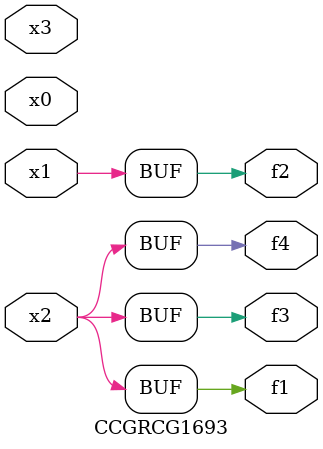
<source format=v>
module CCGRCG1693(
	input x0, x1, x2, x3,
	output f1, f2, f3, f4
);
	assign f1 = x2;
	assign f2 = x1;
	assign f3 = x2;
	assign f4 = x2;
endmodule

</source>
